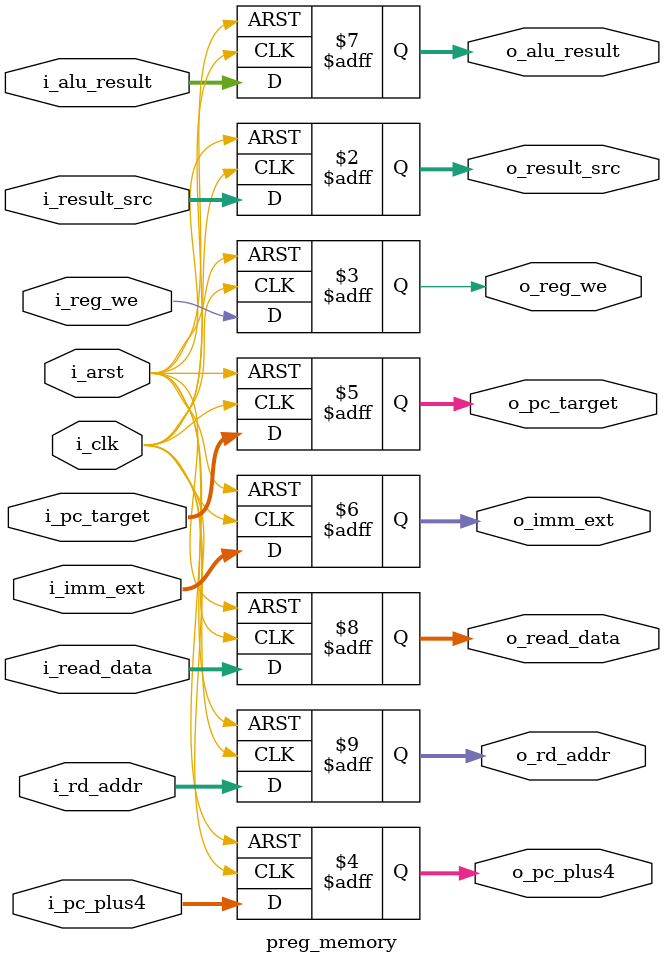
<source format=sv>
/* Copyright (c) 2024 Maveric NU. All rights reserved. */

// ------------------------------------------------------------------------------------------
// This is a nonarchitectural register file for memory stage pipelining.
// ------------------------------------------------------------------------------------------

module preg_memory
// Parameters.
#(
    parameter DATA_WIDTH  = 64,
              ADDR_WIDTH  = 64,
              REG_ADDR_W  = 5
)
// Port decleration. 
(   
    //Input interface. 
    input  logic                      i_clk,
    input  logic                      i_arst,
    input  logic [              2:0 ] i_result_src,
    input  logic                      i_reg_we,
    input  logic [ ADDR_WIDTH - 1:0 ] i_pc_plus4,
    input  logic [ ADDR_WIDTH - 1:0 ] i_pc_target,
    input  logic [ DATA_WIDTH - 1:0 ] i_imm_ext,
    input  logic [ DATA_WIDTH - 1:0 ] i_alu_result,
    input  logic [ DATA_WIDTH - 1:0 ] i_read_data,
    input  logic [ REG_ADDR_W - 1:0 ] i_rd_addr,
    
    // Output interface.
    output logic [              2:0 ] o_result_src,
    output logic                      o_reg_we,
    output logic [ ADDR_WIDTH - 1:0 ] o_pc_plus4,
    output logic [ ADDR_WIDTH - 1:0 ] o_pc_target,
    output logic [ DATA_WIDTH - 1:0 ] o_imm_ext,
    output logic [ DATA_WIDTH - 1:0 ] o_alu_result,
    output logic [ DATA_WIDTH - 1:0 ] o_read_data,
    output logic [ REG_ADDR_W - 1:0 ] o_rd_addr
);

    // Write logic.
    always_ff @( posedge i_clk, posedge i_arst ) begin 
        if ( i_arst ) begin
            o_result_src  <= '0;
            o_reg_we      <= '0;
            o_pc_plus4    <= '0;
            o_pc_target   <= '0;
            o_imm_ext     <= '0;
            o_alu_result  <= '0;
            o_read_data   <= '0;
            o_rd_addr     <= '0;
        end
        else begin
            o_result_src  <= i_result_src;
            o_reg_we      <= i_reg_we;
            o_pc_plus4    <= i_pc_plus4;
            o_pc_target   <= i_pc_target;
            o_imm_ext     <= i_imm_ext;
            o_alu_result  <= i_alu_result;
            o_read_data   <= i_read_data;
            o_rd_addr     <= i_rd_addr;
        end
    end


endmodule
</source>
